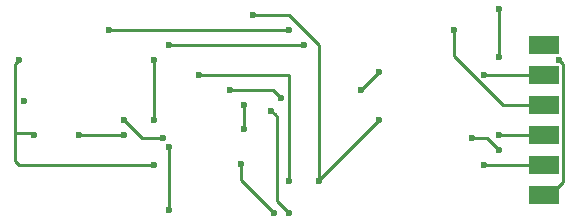
<source format=gbl>
G04 #@! TF.FileFunction,Copper,L2,Bot,Signal*
%FSLAX46Y46*%
G04 Gerber Fmt 4.6, Leading zero omitted, Abs format (unit mm)*
G04 Created by KiCad (PCBNEW 4.0.0-rc1-stable) date 11/30/2015 8:18:10 PM*
%MOMM*%
G01*
G04 APERTURE LIST*
%ADD10C,0.100000*%
%ADD11R,2.540000X1.524000*%
%ADD12C,0.600000*%
%ADD13C,0.250000*%
G04 APERTURE END LIST*
D10*
D11*
X158750000Y-88900000D03*
X158750000Y-91440000D03*
X158750000Y-93980000D03*
X158750000Y-96520000D03*
X158750000Y-99060000D03*
X158750000Y-101600000D03*
D12*
X114759740Y-93680280D03*
X137160000Y-87630000D03*
X121920000Y-87630000D03*
X154940000Y-85852000D03*
X154940000Y-89916000D03*
X115570000Y-96520000D03*
X125730000Y-99060000D03*
X114300000Y-90170000D03*
X154940000Y-96520000D03*
X125730000Y-95250000D03*
X138430000Y-88900000D03*
X126998051Y-88898051D03*
X125728051Y-90168051D03*
X123190000Y-96520000D03*
X119380000Y-96520000D03*
X126979086Y-97539303D03*
X135635996Y-94488000D03*
X137160000Y-103149451D03*
X127000000Y-102870000D03*
X133350000Y-96012000D03*
X133350000Y-93980000D03*
X144780000Y-95250000D03*
X134112000Y-86360000D03*
X139700000Y-100385010D03*
X129540000Y-91440000D03*
X137160000Y-100385010D03*
X144780000Y-91186000D03*
X143256000Y-92710000D03*
X160020000Y-90170000D03*
X154940000Y-97790000D03*
X152654000Y-96774000D03*
X153670000Y-91440000D03*
X136515020Y-93434454D03*
X151130000Y-87630000D03*
X132135011Y-92702354D03*
X153670000Y-99060000D03*
X126491992Y-96774000D03*
X123190000Y-95250000D03*
X133113028Y-98952604D03*
X135890000Y-103149451D03*
D13*
X121920000Y-87630000D02*
X137160000Y-87630000D01*
X154940000Y-89916000D02*
X154940000Y-85852000D01*
X113985159Y-96353754D02*
X113985159Y-98745159D01*
X113985159Y-90484841D02*
X113985159Y-96353754D01*
X113985159Y-96353754D02*
X115403754Y-96353754D01*
X115403754Y-96353754D02*
X115570000Y-96520000D01*
X113985159Y-98745159D02*
X114300000Y-99060000D01*
X114300000Y-99060000D02*
X125730000Y-99060000D01*
X114300000Y-90170000D02*
X113985159Y-90484841D01*
X154940000Y-96520000D02*
X158750000Y-96520000D01*
X125728051Y-95248051D02*
X125730000Y-95250000D01*
X125728051Y-90168051D02*
X125728051Y-95248051D01*
X126998051Y-88898051D02*
X138428051Y-88898051D01*
X138428051Y-88898051D02*
X138430000Y-88900000D01*
X123190000Y-96520000D02*
X119380000Y-96520000D01*
X127000000Y-102870000D02*
X127000000Y-97560217D01*
X127000000Y-97560217D02*
X126979086Y-97539303D01*
X135935995Y-94787999D02*
X135635996Y-94488000D01*
X136144000Y-102133451D02*
X136144000Y-96436264D01*
X136144000Y-94996004D02*
X135935995Y-94787999D01*
X137160000Y-103149451D02*
X136144000Y-102133451D01*
X136144000Y-96436264D02*
X136144000Y-94996004D01*
X136144000Y-96774000D02*
X136144000Y-96436264D01*
X133350000Y-93980000D02*
X133350000Y-96012000D01*
X144780000Y-95250000D02*
X139700000Y-100330000D01*
X139700000Y-100330000D02*
X139700000Y-100385010D01*
X139700000Y-88900000D02*
X137160000Y-86360000D01*
X137160000Y-86360000D02*
X134112000Y-86360000D01*
X139700000Y-100385010D02*
X139700000Y-88900000D01*
X137160000Y-91440000D02*
X129540000Y-91440000D01*
X137160000Y-100385010D02*
X137160000Y-91440000D01*
X143256000Y-92710000D02*
X144780000Y-91186000D01*
X158750000Y-101600000D02*
X159258000Y-101600000D01*
X159258000Y-101600000D02*
X160345001Y-100512999D01*
X160345001Y-100512999D02*
X160345001Y-90495001D01*
X160345001Y-90495001D02*
X160020000Y-90170000D01*
X152654000Y-96774000D02*
X153924000Y-96774000D01*
X153924000Y-96774000D02*
X154940000Y-97790000D01*
X153670000Y-91440000D02*
X158750000Y-91440000D01*
X136215021Y-93134455D02*
X136515020Y-93434454D01*
X135782920Y-92702354D02*
X136215021Y-93134455D01*
X132135011Y-92702354D02*
X135782920Y-92702354D01*
X151130000Y-87630000D02*
X151130000Y-89825002D01*
X151130000Y-89825002D02*
X155284998Y-93980000D01*
X155284998Y-93980000D02*
X157230000Y-93980000D01*
X157230000Y-93980000D02*
X158750000Y-93980000D01*
X153670000Y-99060000D02*
X158750000Y-99060000D01*
X126067728Y-96774000D02*
X126491992Y-96774000D01*
X124714000Y-96774000D02*
X126067728Y-96774000D01*
X123190000Y-95250000D02*
X124714000Y-96774000D01*
X133113028Y-99376868D02*
X133113028Y-98952604D01*
X135890000Y-103149451D02*
X133113028Y-100372479D01*
X133113028Y-100372479D02*
X133113028Y-99376868D01*
M02*

</source>
